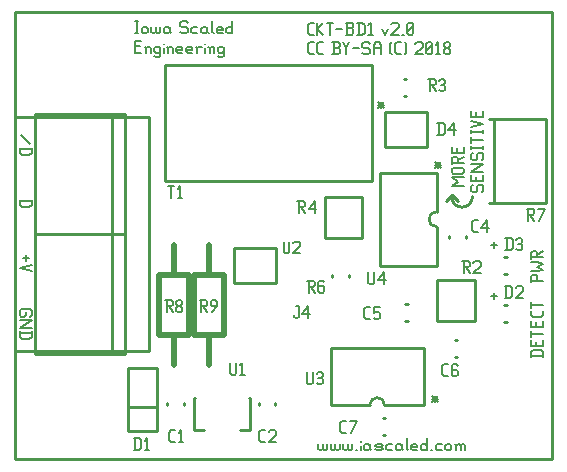
<source format=gbr>
G04 start of page 9 for group -4079 idx -4079 *
G04 Title: (unknown), topsilk *
G04 Creator: pcb 20140316 *
G04 CreationDate: Mon 29 Jan 2018 01:11:03 AM GMT UTC *
G04 For: railfan *
G04 Format: Gerber/RS-274X *
G04 PCB-Dimensions (mil): 1800.00 1500.00 *
G04 PCB-Coordinate-Origin: lower left *
%MOIN*%
%FSLAX25Y25*%
%LNTOPSILK*%
%ADD85C,0.0200*%
%ADD84C,0.0080*%
%ADD83C,0.0100*%
G54D83*X146000Y88500D02*X144000Y86500D01*
X146000Y88500D02*X148000Y86500D01*
X179500Y500D02*X500D01*
Y149500D01*
X179500D01*
Y500D01*
X146000Y88000D02*G75*G03X149500Y84500I3500J0D01*G01*
G75*G03X153000Y88000I0J3500D01*G01*
G54D84*X4000Y68500D02*Y66500D01*
X3000Y67500D02*X5000D01*
X6000Y65300D02*X2000Y64300D01*
X6000Y63300D01*
Y48500D02*X5500Y48000D01*
X6000Y50000D02*Y48500D01*
X5500Y50500D02*X6000Y50000D01*
X2500Y50500D02*X5500D01*
X2500D02*X2000Y50000D01*
Y48500D01*
X2500Y48000D01*
X3500D01*
X4000Y48500D02*X3500Y48000D01*
X4000Y49500D02*Y48500D01*
X2000Y46800D02*X6000D01*
X2000Y44300D01*
X6000D01*
X2000Y42600D02*X6000D01*
Y41300D02*X5300Y40600D01*
X2700D02*X5300D01*
X2000Y41300D02*X2700Y40600D01*
X2000Y43100D02*Y41300D01*
X6000Y43100D02*Y41300D01*
X2000Y86500D02*X6000D01*
Y85200D02*X5300Y84500D01*
X2700D02*X5300D01*
X2000Y85200D02*X2700Y84500D01*
X2000Y87000D02*Y85200D01*
X6000Y87000D02*Y85200D01*
X2500Y108500D02*X5500Y105500D01*
X2000Y103800D02*X6000D01*
Y102500D02*X5300Y101800D01*
X2700D02*X5300D01*
X2000Y102500D02*X2700Y101800D01*
X2000Y104300D02*Y102500D01*
X6000Y104300D02*Y102500D01*
X40500Y146500D02*X41500D01*
X41000D02*Y142500D01*
X40500D02*X41500D01*
X42700Y144000D02*Y143000D01*
Y144000D02*X43200Y144500D01*
X44200D01*
X44700Y144000D01*
Y143000D01*
X44200Y142500D02*X44700Y143000D01*
X43200Y142500D02*X44200D01*
X42700Y143000D02*X43200Y142500D01*
X45900Y144500D02*Y143000D01*
X46400Y142500D01*
X46900D01*
X47400Y143000D01*
Y144500D02*Y143000D01*
X47900Y142500D01*
X48400D01*
X48900Y143000D01*
Y144500D02*Y143000D01*
X51600Y144500D02*X52100Y144000D01*
X50600Y144500D02*X51600D01*
X50100Y144000D02*X50600Y144500D01*
X50100Y144000D02*Y143000D01*
X50600Y142500D01*
X52100Y144500D02*Y143000D01*
X52600Y142500D01*
X50600D02*X51600D01*
X52100Y143000D01*
X57600Y146500D02*X58100Y146000D01*
X56100Y146500D02*X57600D01*
X55600Y146000D02*X56100Y146500D01*
X55600Y146000D02*Y145000D01*
X56100Y144500D01*
X57600D01*
X58100Y144000D01*
Y143000D01*
X57600Y142500D02*X58100Y143000D01*
X56100Y142500D02*X57600D01*
X55600Y143000D02*X56100Y142500D01*
X59800Y144500D02*X61300D01*
X59300Y144000D02*X59800Y144500D01*
X59300Y144000D02*Y143000D01*
X59800Y142500D01*
X61300D01*
X64000Y144500D02*X64500Y144000D01*
X63000Y144500D02*X64000D01*
X62500Y144000D02*X63000Y144500D01*
X62500Y144000D02*Y143000D01*
X63000Y142500D01*
X64500Y144500D02*Y143000D01*
X65000Y142500D01*
X63000D02*X64000D01*
X64500Y143000D01*
X66200Y146500D02*Y143000D01*
X66700Y142500D01*
X68200D02*X69700D01*
X67700Y143000D02*X68200Y142500D01*
X67700Y144000D02*Y143000D01*
Y144000D02*X68200Y144500D01*
X69200D01*
X69700Y144000D01*
X67700Y143500D02*X69700D01*
Y144000D02*Y143500D01*
X72900Y146500D02*Y142500D01*
X72400D02*X72900Y143000D01*
X71400Y142500D02*X72400D01*
X70900Y143000D02*X71400Y142500D01*
X70900Y144000D02*Y143000D01*
Y144000D02*X71400Y144500D01*
X72400D01*
X72900Y144000D01*
X40500Y138200D02*X42000D01*
X40500Y136000D02*X42500D01*
X40500Y140000D02*Y136000D01*
Y140000D02*X42500D01*
X44200Y137500D02*Y136000D01*
Y137500D02*X44700Y138000D01*
X45200D01*
X45700Y137500D01*
Y136000D01*
X43700Y138000D02*X44200Y137500D01*
X48400Y138000D02*X48900Y137500D01*
X47400Y138000D02*X48400D01*
X46900Y137500D02*X47400Y138000D01*
X46900Y137500D02*Y136500D01*
X47400Y136000D01*
X48400D01*
X48900Y136500D01*
X46900Y135000D02*X47400Y134500D01*
X48400D01*
X48900Y135000D01*
Y138000D02*Y135000D01*
X50100Y139000D02*Y138900D01*
Y137500D02*Y136000D01*
X51600Y137500D02*Y136000D01*
Y137500D02*X52100Y138000D01*
X52600D01*
X53100Y137500D01*
Y136000D01*
X51100Y138000D02*X51600Y137500D01*
X54800Y136000D02*X56300D01*
X54300Y136500D02*X54800Y136000D01*
X54300Y137500D02*Y136500D01*
Y137500D02*X54800Y138000D01*
X55800D01*
X56300Y137500D01*
X54300Y137000D02*X56300D01*
Y137500D02*Y137000D01*
X58000Y136000D02*X59500D01*
X57500Y136500D02*X58000Y136000D01*
X57500Y137500D02*Y136500D01*
Y137500D02*X58000Y138000D01*
X59000D01*
X59500Y137500D01*
X57500Y137000D02*X59500D01*
Y137500D02*Y137000D01*
X61200Y137500D02*Y136000D01*
Y137500D02*X61700Y138000D01*
X62700D01*
X60700D02*X61200Y137500D01*
X63900Y139000D02*Y138900D01*
Y137500D02*Y136000D01*
X65400Y137500D02*Y136000D01*
Y137500D02*X65900Y138000D01*
X66400D01*
X66900Y137500D01*
Y136000D01*
X64900Y138000D02*X65400Y137500D01*
X69600Y138000D02*X70100Y137500D01*
X68600Y138000D02*X69600D01*
X68100Y137500D02*X68600Y138000D01*
X68100Y137500D02*Y136500D01*
X68600Y136000D01*
X69600D01*
X70100Y136500D01*
X68100Y135000D02*X68600Y134500D01*
X69600D01*
X70100Y135000D01*
Y138000D02*Y135000D01*
X152500Y91500D02*X153000Y92000D01*
X152500Y91500D02*Y90000D01*
X153000Y89500D02*X152500Y90000D01*
X153000Y89500D02*X154000D01*
X154500Y90000D01*
Y91500D02*Y90000D01*
Y91500D02*X155000Y92000D01*
X156000D01*
X156500Y91500D02*X156000Y92000D01*
X156500Y91500D02*Y90000D01*
X156000Y89500D02*X156500Y90000D01*
X154300Y94700D02*Y93200D01*
X156500Y95200D02*Y93200D01*
X152500D02*X156500D01*
X152500Y95200D02*Y93200D01*
Y96400D02*X156500D01*
X152500D02*X156500Y98900D01*
X152500D02*X156500D01*
X152500Y102100D02*X153000Y102600D01*
X152500Y102100D02*Y100600D01*
X153000Y100100D02*X152500Y100600D01*
X153000Y100100D02*X154000D01*
X154500Y100600D01*
Y102100D02*Y100600D01*
Y102100D02*X155000Y102600D01*
X156000D01*
X156500Y102100D02*X156000Y102600D01*
X156500Y102100D02*Y100600D01*
X156000Y100100D02*X156500Y100600D01*
X152500Y104800D02*Y103800D01*
Y104300D02*X156500D01*
Y104800D02*Y103800D01*
X152500Y108000D02*Y106000D01*
Y107000D02*X156500D01*
X152500Y110200D02*Y109200D01*
Y109700D02*X156500D01*
Y110200D02*Y109200D01*
X152500Y111400D02*X156500Y112400D01*
X152500Y113400D01*
X154300Y116100D02*Y114600D01*
X156500Y116600D02*Y114600D01*
X152500D02*X156500D01*
X152500Y116600D02*Y114600D01*
X146000Y91500D02*X150000D01*
X146000D02*X148000Y93000D01*
X146000Y94500D01*
X150000D01*
X146500Y95700D02*X149500D01*
X146500D02*X146000Y96200D01*
Y97200D02*Y96200D01*
Y97200D02*X146500Y97700D01*
X149500D01*
X150000Y97200D02*X149500Y97700D01*
X150000Y97200D02*Y96200D01*
X149500Y95700D02*X150000Y96200D01*
X146000Y100900D02*Y98900D01*
Y100900D02*X146500Y101400D01*
X147500D01*
X148000Y100900D02*X147500Y101400D01*
X148000Y100900D02*Y99400D01*
X146000D02*X150000D01*
X148000Y100200D02*X150000Y101400D01*
X147800Y104100D02*Y102600D01*
X150000Y104600D02*Y102600D01*
X146000D02*X150000D01*
X146000Y104600D02*Y102600D01*
X98700Y142000D02*X100000D01*
X98000Y142700D02*X98700Y142000D01*
X98000Y145300D02*Y142700D01*
Y145300D02*X98700Y146000D01*
X100000D01*
X101200D02*Y142000D01*
Y144000D02*X103200Y146000D01*
X101200Y144000D02*X103200Y142000D01*
X104400Y146000D02*X106400D01*
X105400D02*Y142000D01*
X107600Y144000D02*X109600D01*
X110800Y142000D02*X112800D01*
X113300Y142500D01*
Y143700D02*Y142500D01*
X112800Y144200D02*X113300Y143700D01*
X111300Y144200D02*X112800D01*
X111300Y146000D02*Y142000D01*
X110800Y146000D02*X112800D01*
X113300Y145500D01*
Y144700D01*
X112800Y144200D02*X113300Y144700D01*
X115000Y146000D02*Y142000D01*
X116300Y146000D02*X117000Y145300D01*
Y142700D01*
X116300Y142000D02*X117000Y142700D01*
X114500Y142000D02*X116300D01*
X114500Y146000D02*X116300D01*
X118200Y145200D02*X119000Y146000D01*
Y142000D01*
X118200D02*X119700D01*
X122700Y144000D02*X123700Y142000D01*
X124700Y144000D02*X123700Y142000D01*
X125900Y145500D02*X126400Y146000D01*
X127900D01*
X128400Y145500D01*
Y144500D01*
X125900Y142000D02*X128400Y144500D01*
X125900Y142000D02*X128400D01*
X129600D02*X130100D01*
X131300Y142500D02*X131800Y142000D01*
X131300Y145500D02*Y142500D01*
Y145500D02*X131800Y146000D01*
X132800D01*
X133300Y145500D01*
Y142500D01*
X132800Y142000D02*X133300Y142500D01*
X131800Y142000D02*X132800D01*
X131300Y143000D02*X133300Y145000D01*
X98700Y135500D02*X100000D01*
X98000Y136200D02*X98700Y135500D01*
X98000Y138800D02*Y136200D01*
Y138800D02*X98700Y139500D01*
X100000D01*
X101900Y135500D02*X103200D01*
X101200Y136200D02*X101900Y135500D01*
X101200Y138800D02*Y136200D01*
Y138800D02*X101900Y139500D01*
X103200D01*
X106200Y135500D02*X108200D01*
X108700Y136000D01*
Y137200D02*Y136000D01*
X108200Y137700D02*X108700Y137200D01*
X106700Y137700D02*X108200D01*
X106700Y139500D02*Y135500D01*
X106200Y139500D02*X108200D01*
X108700Y139000D01*
Y138200D01*
X108200Y137700D02*X108700Y138200D01*
X109900Y139500D02*X110900Y137500D01*
X111900Y139500D01*
X110900Y137500D02*Y135500D01*
X113100Y137500D02*X115100D01*
X118300Y139500D02*X118800Y139000D01*
X116800Y139500D02*X118300D01*
X116300Y139000D02*X116800Y139500D01*
X116300Y139000D02*Y138000D01*
X116800Y137500D01*
X118300D01*
X118800Y137000D01*
Y136000D01*
X118300Y135500D02*X118800Y136000D01*
X116800Y135500D02*X118300D01*
X116300Y136000D02*X116800Y135500D01*
X120000Y138500D02*Y135500D01*
Y138500D02*X120700Y139500D01*
X121800D01*
X122500Y138500D01*
Y135500D01*
X120000Y137500D02*X122500D01*
X125500Y136000D02*X126000Y135500D01*
X125500Y139000D02*X126000Y139500D01*
X125500Y139000D02*Y136000D01*
X127900Y135500D02*X129200D01*
X127200Y136200D02*X127900Y135500D01*
X127200Y138800D02*Y136200D01*
Y138800D02*X127900Y139500D01*
X129200D01*
X130400D02*X130900Y139000D01*
Y136000D01*
X130400Y135500D02*X130900Y136000D01*
X133900Y139000D02*X134400Y139500D01*
X135900D01*
X136400Y139000D01*
Y138000D01*
X133900Y135500D02*X136400Y138000D01*
X133900Y135500D02*X136400D01*
X137600Y136000D02*X138100Y135500D01*
X137600Y139000D02*Y136000D01*
Y139000D02*X138100Y139500D01*
X139100D01*
X139600Y139000D01*
Y136000D01*
X139100Y135500D02*X139600Y136000D01*
X138100Y135500D02*X139100D01*
X137600Y136500D02*X139600Y138500D01*
X140800Y138700D02*X141600Y139500D01*
Y135500D01*
X140800D02*X142300D01*
X143500Y136000D02*X144000Y135500D01*
X143500Y136800D02*Y136000D01*
Y136800D02*X144200Y137500D01*
X144800D01*
X145500Y136800D01*
Y136000D01*
X145000Y135500D02*X145500Y136000D01*
X144000Y135500D02*X145000D01*
X143500Y138200D02*X144200Y137500D01*
X143500Y139000D02*Y138200D01*
Y139000D02*X144000Y139500D01*
X145000D01*
X145500Y139000D01*
Y138200D01*
X144800Y137500D02*X145500Y138200D01*
X140500Y99500D02*X142500Y97500D01*
X140500D02*X142500Y99500D01*
X140500Y98500D02*X142500D01*
X141500Y99500D02*Y97500D01*
X121500Y119500D02*X123500Y117500D01*
X121500D02*X123500Y119500D01*
X121500Y118500D02*X123500D01*
X122500Y119500D02*Y117500D01*
X139348Y21425D02*X141348Y19425D01*
X139348D02*X141348Y21425D01*
X139348Y20425D02*X141348D01*
X140348Y21425D02*Y19425D01*
X101500Y5500D02*Y4000D01*
X102000Y3500D01*
X102500D01*
X103000Y4000D01*
Y5500D02*Y4000D01*
X103500Y3500D01*
X104000D01*
X104500Y4000D01*
Y5500D02*Y4000D01*
X105700Y5500D02*Y4000D01*
X106200Y3500D01*
X106700D01*
X107200Y4000D01*
Y5500D02*Y4000D01*
X107700Y3500D01*
X108200D01*
X108700Y4000D01*
Y5500D02*Y4000D01*
X109900Y5500D02*Y4000D01*
X110400Y3500D01*
X110900D01*
X111400Y4000D01*
Y5500D02*Y4000D01*
X111900Y3500D01*
X112400D01*
X112900Y4000D01*
Y5500D02*Y4000D01*
X114100Y3500D02*X114600D01*
X115800Y6500D02*Y6400D01*
Y5000D02*Y3500D01*
X118300Y5500D02*X118800Y5000D01*
X117300Y5500D02*X118300D01*
X116800Y5000D02*X117300Y5500D01*
X116800Y5000D02*Y4000D01*
X117300Y3500D01*
X118800Y5500D02*Y4000D01*
X119300Y3500D01*
X117300D02*X118300D01*
X118800Y4000D01*
X121000Y3500D02*X122500D01*
X123000Y4000D01*
X122500Y4500D02*X123000Y4000D01*
X121000Y4500D02*X122500D01*
X120500Y5000D02*X121000Y4500D01*
X120500Y5000D02*X121000Y5500D01*
X122500D01*
X123000Y5000D01*
X120500Y4000D02*X121000Y3500D01*
X124700Y5500D02*X126200D01*
X124200Y5000D02*X124700Y5500D01*
X124200Y5000D02*Y4000D01*
X124700Y3500D01*
X126200D01*
X128900Y5500D02*X129400Y5000D01*
X127900Y5500D02*X128900D01*
X127400Y5000D02*X127900Y5500D01*
X127400Y5000D02*Y4000D01*
X127900Y3500D01*
X129400Y5500D02*Y4000D01*
X129900Y3500D01*
X127900D02*X128900D01*
X129400Y4000D01*
X131100Y7500D02*Y4000D01*
X131600Y3500D01*
X133100D02*X134600D01*
X132600Y4000D02*X133100Y3500D01*
X132600Y5000D02*Y4000D01*
Y5000D02*X133100Y5500D01*
X134100D01*
X134600Y5000D01*
X132600Y4500D02*X134600D01*
Y5000D02*Y4500D01*
X137800Y7500D02*Y3500D01*
X137300D02*X137800Y4000D01*
X136300Y3500D02*X137300D01*
X135800Y4000D02*X136300Y3500D01*
X135800Y5000D02*Y4000D01*
Y5000D02*X136300Y5500D01*
X137300D01*
X137800Y5000D01*
X139000Y3500D02*X139500D01*
X141200Y5500D02*X142700D01*
X140700Y5000D02*X141200Y5500D01*
X140700Y5000D02*Y4000D01*
X141200Y3500D01*
X142700D01*
X143900Y5000D02*Y4000D01*
Y5000D02*X144400Y5500D01*
X145400D01*
X145900Y5000D01*
Y4000D01*
X145400Y3500D02*X145900Y4000D01*
X144400Y3500D02*X145400D01*
X143900Y4000D02*X144400Y3500D01*
X147600Y5000D02*Y3500D01*
Y5000D02*X148100Y5500D01*
X148600D01*
X149100Y5000D01*
Y3500D01*
Y5000D02*X149600Y5500D01*
X150100D01*
X150600Y5000D01*
Y3500D01*
X147100Y5500D02*X147600Y5000D01*
X172500Y35000D02*X176500D01*
X172500Y36300D02*X173200Y37000D01*
X175800D01*
X176500Y36300D02*X175800Y37000D01*
X176500Y36300D02*Y34500D01*
X172500Y36300D02*Y34500D01*
X174300Y39700D02*Y38200D01*
X176500Y40200D02*Y38200D01*
X172500D02*X176500D01*
X172500Y40200D02*Y38200D01*
Y43400D02*Y41400D01*
Y42400D02*X176500D01*
X174300Y46100D02*Y44600D01*
X176500Y46600D02*Y44600D01*
X172500D02*X176500D01*
X172500Y46600D02*Y44600D01*
X176500Y49800D02*Y48500D01*
X175800Y47800D02*X176500Y48500D01*
X173200Y47800D02*X175800D01*
X173200D02*X172500Y48500D01*
Y49800D02*Y48500D01*
Y53000D02*Y51000D01*
Y52000D02*X176500D01*
X172500Y60000D02*X176500D01*
X172500Y61500D02*Y59500D01*
Y61500D02*X173000Y62000D01*
X174000D01*
X174500Y61500D02*X174000Y62000D01*
X174500Y61500D02*Y60000D01*
X172500Y63200D02*X174500D01*
X176500Y63700D01*
X174500Y64700D01*
X176500Y65700D01*
X174500Y66200D01*
X172500D02*X174500D01*
X172500Y69400D02*Y67400D01*
Y69400D02*X173000Y69900D01*
X174000D01*
X174500Y69400D02*X174000Y69900D01*
X174500Y69400D02*Y67900D01*
X172500D02*X176500D01*
X174500Y68700D02*X176500Y69900D01*
X159000Y55000D02*X161000D01*
X160000Y56000D02*Y54000D01*
X159000Y72000D02*X161000D01*
X160000Y73000D02*Y71000D01*
G54D83*X50500Y93250D02*X119500D01*
X50500Y131750D02*X119500D01*
Y93250D01*
X50500Y131750D02*Y93250D01*
X136700Y37500D02*Y18500D01*
X105700Y37500D02*X136700D01*
X105700D02*Y18500D01*
X123700D02*X136700D01*
X105700D02*X118700D01*
X123700D02*G75*G03X118700Y18500I-2500J0D01*G01*
X123107Y14255D02*X123893D01*
X123107Y8745D02*X123893D01*
X158400Y113950D02*X177600D01*
X158400Y86050D02*X177600D01*
Y113950D02*Y86050D01*
X160000Y113950D02*Y86050D01*
X122000Y96000D02*X141000D01*
X122000D02*Y65000D01*
X141000D01*
Y96000D02*Y83000D01*
Y78000D02*Y65000D01*
Y83000D02*G75*G03X141000Y78000I0J-2500D01*G01*
X145245Y74936D02*Y74150D01*
X150755Y74936D02*Y74150D01*
X130107Y121745D02*X130893D01*
X130107Y127255D02*X130893D01*
X123900Y116400D02*X137800D01*
X123900D02*Y104600D01*
X137800D01*
Y116400D02*Y104600D01*
X103701Y87890D02*X116299D01*
Y74110D01*
X103701D01*
Y87890D01*
X106245Y61893D02*Y61107D01*
X111755Y61893D02*Y61107D01*
X141201Y46610D02*X153799D01*
X141201Y60390D02*Y46610D01*
Y60390D02*X153799D01*
Y46610D01*
X147107Y34745D02*X147893D01*
X147107Y40255D02*X147893D01*
X130607Y52255D02*X131393D01*
X130607Y46745D02*X131393D01*
X163607Y67755D02*X164393D01*
X163607Y62245D02*X164393D01*
X163607Y51755D02*X164393D01*
X163607Y46245D02*X164393D01*
X500Y114500D02*Y36500D01*
X45000Y114500D02*Y36500D01*
X500Y114500D02*X45000D01*
X500Y36500D02*X45000D01*
X7200Y115500D02*Y75500D01*
X37200Y115500D02*Y75500D01*
X32800Y115500D02*Y75500D01*
X7200Y115500D02*X37200D01*
X7200Y75500D02*X37200D01*
X7200D02*Y35500D01*
X37200Y75500D02*Y35500D01*
X32800Y75500D02*Y35500D01*
X7200Y75500D02*X37200D01*
X7200Y35500D02*X37200D01*
G54D85*X58500Y62000D02*Y42000D01*
X48500D02*X58500D01*
X48500Y62000D02*Y42000D01*
Y62000D02*X58500D01*
X53500Y72000D02*Y62000D01*
Y42000D02*Y32000D01*
X70000Y62000D02*Y42000D01*
X60000D02*X70000D01*
X60000Y62000D02*Y42000D01*
Y62000D02*X70000D01*
X65000Y72000D02*Y62000D01*
Y42000D02*Y32000D01*
G54D83*X73600Y71000D02*X87500D01*
X73600D02*Y59200D01*
X87500D01*
Y71000D02*Y59200D01*
X78750Y20901D02*Y10271D01*
X60250Y20901D02*Y10271D01*
X75500D02*X78750D01*
X60250D02*X63500D01*
X78571Y20901D02*X78750D01*
X60250D02*X60429D01*
X87255Y19393D02*Y18607D01*
X81745Y19393D02*Y18607D01*
X56755Y19393D02*Y18607D01*
X51245Y19393D02*Y18607D01*
X47800Y31000D02*Y10000D01*
X38200Y31000D02*Y10000D01*
X47800D01*
X38200Y31000D02*X47800D01*
X38200Y18000D02*X47800D01*
G54D84*X90000Y73030D02*Y69635D01*
X90485Y69150D01*
X91455D01*
X91940Y69635D01*
Y73030D02*Y69635D01*
X93104Y72545D02*X93589Y73030D01*
X95044D01*
X95529Y72545D01*
Y71575D01*
X93104Y69150D02*X95529Y71575D01*
X93104Y69150D02*X95529D01*
X94652Y86575D02*X96652D01*
X97152Y86075D01*
Y85075D01*
X96652Y84575D02*X97152Y85075D01*
X95152Y84575D02*X96652D01*
X95152Y86575D02*Y82575D01*
X95952Y84575D02*X97152Y82575D01*
X98352Y84075D02*X100352Y86575D01*
X98352Y84075D02*X100852D01*
X100352Y86575D02*Y82575D01*
X138221Y127170D02*X140181D01*
X140671Y126680D01*
Y125700D01*
X140181Y125210D02*X140671Y125700D01*
X138711Y125210D02*X140181D01*
X138711Y127170D02*Y123250D01*
X139495Y125210D02*X140671Y123250D01*
X141847Y126680D02*X142337Y127170D01*
X143317D01*
X143807Y126680D01*
X143317Y123250D02*X143807Y123740D01*
X142337Y123250D02*X143317D01*
X141847Y123740D02*X142337Y123250D01*
Y125406D02*X143317D01*
X143807Y126680D02*Y125896D01*
Y124916D02*Y123740D01*
Y124916D02*X143317Y125406D01*
X143807Y125896D02*X143317Y125406D01*
X141700Y112600D02*Y108600D01*
X143000Y112600D02*X143700Y111900D01*
Y109300D01*
X143000Y108600D02*X143700Y109300D01*
X141200Y108600D02*X143000D01*
X141200Y112600D02*X143000D01*
X144900Y110100D02*X146900Y112600D01*
X144900Y110100D02*X147400D01*
X146900Y112600D02*Y108600D01*
X51500Y91500D02*X53500D01*
X52500D02*Y87500D01*
X54700Y90700D02*X55500Y91500D01*
Y87500D01*
X54700D02*X56200D01*
X50500Y53500D02*X52500D01*
X53000Y53000D01*
Y52000D01*
X52500Y51500D02*X53000Y52000D01*
X51000Y51500D02*X52500D01*
X51000Y53500D02*Y49500D01*
X51800Y51500D02*X53000Y49500D01*
X54200Y50000D02*X54700Y49500D01*
X54200Y50800D02*Y50000D01*
Y50800D02*X54900Y51500D01*
X55500D01*
X56200Y50800D01*
Y50000D01*
X55700Y49500D02*X56200Y50000D01*
X54700Y49500D02*X55700D01*
X54200Y52200D02*X54900Y51500D01*
X54200Y53000D02*Y52200D01*
Y53000D02*X54700Y53500D01*
X55700D01*
X56200Y53000D01*
Y52200D01*
X55500Y51500D02*X56200Y52200D01*
X40500Y7500D02*Y3500D01*
X41800Y7500D02*X42500Y6800D01*
Y4200D01*
X41800Y3500D02*X42500Y4200D01*
X40000Y3500D02*X41800D01*
X40000Y7500D02*X41800D01*
X43700Y6700D02*X44500Y7500D01*
Y3500D01*
X43700D02*X45200D01*
X62000Y53500D02*X64000D01*
X64500Y53000D01*
Y52000D01*
X64000Y51500D02*X64500Y52000D01*
X62500Y51500D02*X64000D01*
X62500Y53500D02*Y49500D01*
X63300Y51500D02*X64500Y49500D01*
X66200D02*X67700Y51500D01*
Y53000D02*Y51500D01*
X67200Y53500D02*X67700Y53000D01*
X66200Y53500D02*X67200D01*
X65700Y53000D02*X66200Y53500D01*
X65700Y53000D02*Y52000D01*
X66200Y51500D01*
X67700D01*
X72301Y32595D02*Y29095D01*
X72801Y28595D01*
X73801D01*
X74301Y29095D01*
Y32595D02*Y29095D01*
X75501Y31795D02*X76301Y32595D01*
Y28595D01*
X75501D02*X77001D01*
X97800Y29500D02*Y26000D01*
X98300Y25500D01*
X99300D01*
X99800Y26000D01*
Y29500D02*Y26000D01*
X101000Y29000D02*X101500Y29500D01*
X102500D01*
X103000Y29000D01*
X102500Y25500D02*X103000Y26000D01*
X101500Y25500D02*X102500D01*
X101000Y26000D02*X101500Y25500D01*
Y27700D02*X102500D01*
X103000Y29000D02*Y28200D01*
Y27200D02*Y26000D01*
Y27200D02*X102500Y27700D01*
X103000Y28200D02*X102500Y27700D01*
X143550Y28150D02*X144850D01*
X142850Y28850D02*X143550Y28150D01*
X142850Y31450D02*Y28850D01*
Y31450D02*X143550Y32150D01*
X144850D01*
X147550D02*X148050Y31650D01*
X146550Y32150D02*X147550D01*
X146050Y31650D02*X146550Y32150D01*
X146050Y31650D02*Y28650D01*
X146550Y28150D01*
X147550Y30350D02*X148050Y29850D01*
X146050Y30350D02*X147550D01*
X146550Y28150D02*X147550D01*
X148050Y28650D01*
Y29850D02*Y28650D01*
X52593Y6107D02*X53893D01*
X51893Y6807D02*X52593Y6107D01*
X51893Y9407D02*Y6807D01*
Y9407D02*X52593Y10107D01*
X53893D01*
X55093Y9307D02*X55893Y10107D01*
Y6107D01*
X55093D02*X56593D01*
X82550Y6150D02*X83850D01*
X81850Y6850D02*X82550Y6150D01*
X81850Y9450D02*Y6850D01*
Y9450D02*X82550Y10150D01*
X83850D01*
X85050Y9650D02*X85550Y10150D01*
X87050D01*
X87550Y9650D01*
Y8650D01*
X85050Y6150D02*X87550Y8650D01*
X85050Y6150D02*X87550D01*
X109507Y9150D02*X110807D01*
X108807Y9850D02*X109507Y9150D01*
X108807Y12450D02*Y9850D01*
Y12450D02*X109507Y13150D01*
X110807D01*
X112507Y9150D02*X114507Y13150D01*
X112007D02*X114507D01*
X171000Y84000D02*X173000D01*
X173500Y83500D01*
Y82500D01*
X173000Y82000D02*X173500Y82500D01*
X171500Y82000D02*X173000D01*
X171500Y84000D02*Y80000D01*
X172300Y82000D02*X173500Y80000D01*
X175200D02*X177200Y84000D01*
X174700D02*X177200D01*
X153464Y76150D02*X154764D01*
X152764Y76850D02*X153464Y76150D01*
X152764Y79450D02*Y76850D01*
Y79450D02*X153464Y80150D01*
X154764D01*
X155964Y77650D02*X157964Y80150D01*
X155964Y77650D02*X158464D01*
X157964Y80150D02*Y76150D01*
X149543Y66500D02*X151543D01*
X152043Y66000D01*
Y65000D01*
X151543Y64500D02*X152043Y65000D01*
X150043Y64500D02*X151543D01*
X150043Y66500D02*Y62500D01*
X150843Y64500D02*X152043Y62500D01*
X153243Y66000D02*X153743Y66500D01*
X155243D01*
X155743Y66000D01*
Y65000D01*
X153243Y62500D02*X155743Y65000D01*
X153243Y62500D02*X155743D01*
X164436Y74150D02*Y70150D01*
X165736Y74150D02*X166436Y73450D01*
Y70850D01*
X165736Y70150D02*X166436Y70850D01*
X163936Y70150D02*X165736D01*
X163936Y74150D02*X165736D01*
X167636Y73650D02*X168136Y74150D01*
X169136D01*
X169636Y73650D01*
X169136Y70150D02*X169636Y70650D01*
X168136Y70150D02*X169136D01*
X167636Y70650D02*X168136Y70150D01*
Y72350D02*X169136D01*
X169636Y73650D02*Y72850D01*
Y71850D02*Y70650D01*
Y71850D02*X169136Y72350D01*
X169636Y72850D02*X169136Y72350D01*
X164264Y58150D02*Y54150D01*
X165564Y58150D02*X166264Y57450D01*
Y54850D01*
X165564Y54150D02*X166264Y54850D01*
X163764Y54150D02*X165564D01*
X163764Y58150D02*X165564D01*
X167464Y57650D02*X167964Y58150D01*
X169464D01*
X169964Y57650D01*
Y56650D01*
X167464Y54150D02*X169964Y56650D01*
X167464Y54150D02*X169964D01*
X118304Y62851D02*Y59351D01*
X118804Y58851D01*
X119804D01*
X120304Y59351D01*
Y62851D02*Y59351D01*
X121504Y60351D02*X123504Y62851D01*
X121504Y60351D02*X124004D01*
X123504Y62851D02*Y58851D01*
X97936Y60064D02*X99936D01*
X100436Y59564D01*
Y58564D01*
X99936Y58064D02*X100436Y58564D01*
X98436Y58064D02*X99936D01*
X98436Y60064D02*Y56064D01*
X99236Y58064D02*X100436Y56064D01*
X103136Y60064D02*X103636Y59564D01*
X102136Y60064D02*X103136D01*
X101636Y59564D02*X102136Y60064D01*
X101636Y59564D02*Y56564D01*
X102136Y56064D01*
X103136Y58264D02*X103636Y57764D01*
X101636Y58264D02*X103136D01*
X102136Y56064D02*X103136D01*
X103636Y56564D01*
Y57764D02*Y56564D01*
X117550Y47150D02*X118850D01*
X116850Y47850D02*X117550Y47150D01*
X116850Y50450D02*Y47850D01*
Y50450D02*X117550Y51150D01*
X118850D01*
X120050D02*X122050D01*
X120050D02*Y49150D01*
X120550Y49650D01*
X121550D01*
X122050Y49150D01*
Y47650D01*
X121550Y47150D02*X122050Y47650D01*
X120550Y47150D02*X121550D01*
X120050Y47650D02*X120550Y47150D01*
X94286Y51500D02*X95086D01*
Y48000D01*
X94586Y47500D02*X95086Y48000D01*
X94086Y47500D02*X94586D01*
X93586Y48000D02*X94086Y47500D01*
X93586Y48500D02*Y48000D01*
X96286Y49000D02*X98286Y51500D01*
X96286Y49000D02*X98786D01*
X98286Y51500D02*Y47500D01*
M02*

</source>
